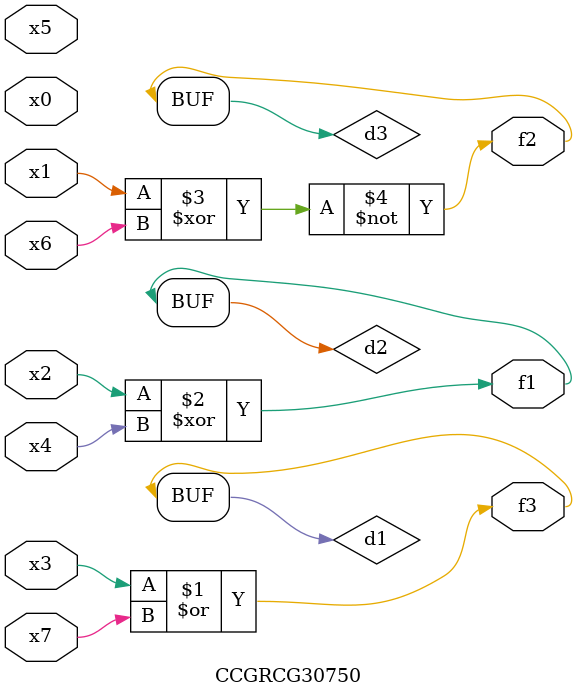
<source format=v>
module CCGRCG30750(
	input x0, x1, x2, x3, x4, x5, x6, x7,
	output f1, f2, f3
);

	wire d1, d2, d3;

	or (d1, x3, x7);
	xor (d2, x2, x4);
	xnor (d3, x1, x6);
	assign f1 = d2;
	assign f2 = d3;
	assign f3 = d1;
endmodule

</source>
